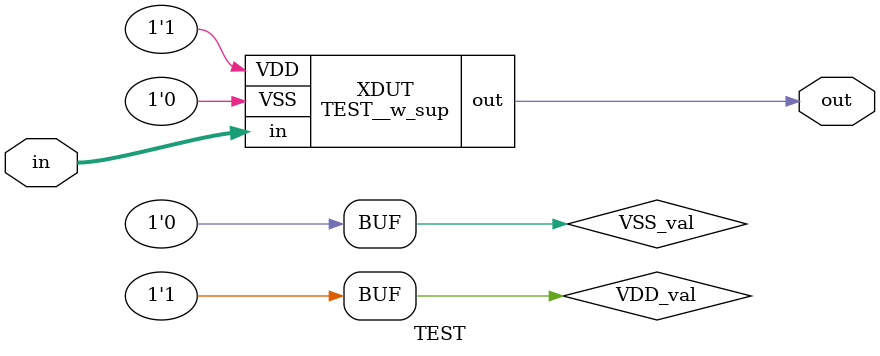
<source format=sv>
`timescale 1ps/1ps 


module pmos4_standard(
    inout  wire B,
    inout  wire D,
    inout  wire G,
    inout  wire S
);

endmodule


module cv_bus_term(
    input  wire VDD,
    input  wire VSS,
    input  wire [1:0] in,
    output wire out
);

pmos4_standard X4 (
    .B( VDD ),
    .D( out ),
    .G( in[1] ),
    .S( VSS )
);

pmos4_standard XP (
    .B( VDD ),
    .D( out ),
    .G( in[0] ),
    .S( VSS )
);

endmodule


module TEST__w_sup(
    input  wire VDD,
    input  wire VSS,
    input  wire [1:0] in,
    output wire out
);

cv_bus_term XINST (
    .VDD( VDD ),
    .VSS( VSS ),
    .in( in[1:0] ),
    .out( out )
);

endmodule


module TEST(
    input  wire [1:0] in,
    output wire out
);

wire VDD_val;
wire VSS_val;

assign VDD_val = 1'b1;
assign VSS_val = 1'b0;

TEST__w_sup XDUT (
    .VDD( VDD_val ),
    .VSS( VSS_val ),
    .in( in ),
    .out( out )
);

endmodule

</source>
